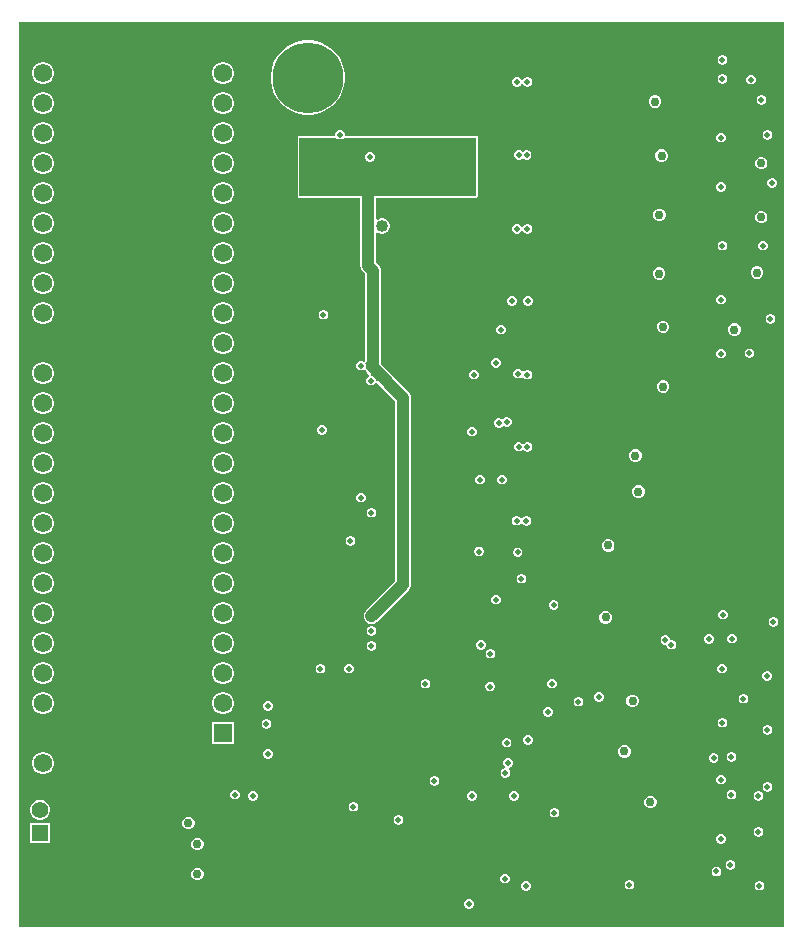
<source format=gbr>
G04*
G04 #@! TF.GenerationSoftware,Altium Limited,Altium Designer,23.5.1 (21)*
G04*
G04 Layer_Physical_Order=2*
G04 Layer_Color=36540*
%FSLAX25Y25*%
%MOIN*%
G70*
G04*
G04 #@! TF.SameCoordinates,62E66B6F-0332-4FDC-AC1A-6E2C05ECB38F*
G04*
G04*
G04 #@! TF.FilePolarity,Positive*
G04*
G01*
G75*
%ADD52C,0.06181*%
%ADD53R,0.06181X0.06181*%
%ADD54C,0.05472*%
%ADD55R,0.05472X0.05472*%
%ADD59C,0.04000*%
%ADD60C,0.23622*%
%ADD62C,0.03000*%
%ADD63C,0.02000*%
%ADD64C,0.04000*%
G36*
X576957Y440750D02*
X322043D01*
Y742457D01*
X576957D01*
Y440750D01*
D02*
G37*
%LPC*%
G36*
X556818Y731450D02*
X556182D01*
X555594Y731206D01*
X555144Y730756D01*
X554900Y730168D01*
Y729532D01*
X555144Y728944D01*
X555594Y728494D01*
X556182Y728250D01*
X556818D01*
X557406Y728494D01*
X557856Y728944D01*
X558100Y729532D01*
Y730168D01*
X557856Y730756D01*
X557406Y731206D01*
X556818Y731450D01*
D02*
G37*
G36*
X491818Y724100D02*
X491182D01*
X490594Y723856D01*
X490144Y723406D01*
X490021Y723109D01*
X489479D01*
X489356Y723406D01*
X488906Y723856D01*
X488318Y724100D01*
X487682D01*
X487094Y723856D01*
X486644Y723406D01*
X486400Y722818D01*
Y722182D01*
X486644Y721594D01*
X487094Y721144D01*
X487682Y720900D01*
X488318D01*
X488906Y721144D01*
X489356Y721594D01*
X489479Y721891D01*
X490021D01*
X490144Y721594D01*
X490594Y721144D01*
X491182Y720900D01*
X491818D01*
X492406Y721144D01*
X492856Y721594D01*
X493100Y722182D01*
Y722818D01*
X492856Y723406D01*
X492406Y723856D01*
X491818Y724100D01*
D02*
G37*
G36*
X556818Y725100D02*
X556182D01*
X555594Y724856D01*
X555144Y724406D01*
X554900Y723818D01*
Y723182D01*
X555144Y722594D01*
X555594Y722144D01*
X556182Y721900D01*
X556818D01*
X557406Y722144D01*
X557856Y722594D01*
X558100Y723182D01*
Y723818D01*
X557856Y724406D01*
X557406Y724856D01*
X556818Y725100D01*
D02*
G37*
G36*
X390486Y729190D02*
X389514D01*
X388576Y728939D01*
X387734Y728453D01*
X387047Y727766D01*
X386561Y726925D01*
X386310Y725986D01*
Y725014D01*
X386561Y724076D01*
X387047Y723234D01*
X387734Y722547D01*
X388576Y722061D01*
X389514Y721809D01*
X390486D01*
X391424Y722061D01*
X392266Y722547D01*
X392953Y723234D01*
X393439Y724076D01*
X393690Y725014D01*
Y725986D01*
X393439Y726925D01*
X392953Y727766D01*
X392266Y728453D01*
X391424Y728939D01*
X390486Y729190D01*
D02*
G37*
G36*
X330486D02*
X329514D01*
X328575Y728939D01*
X327734Y728453D01*
X327047Y727766D01*
X326561Y726925D01*
X326309Y725986D01*
Y725014D01*
X326561Y724076D01*
X327047Y723234D01*
X327734Y722547D01*
X328575Y722061D01*
X329514Y721809D01*
X330486D01*
X331424Y722061D01*
X332266Y722547D01*
X332953Y723234D01*
X333439Y724076D01*
X333691Y725014D01*
Y725986D01*
X333439Y726925D01*
X332953Y727766D01*
X332266Y728453D01*
X331424Y728939D01*
X330486Y729190D01*
D02*
G37*
G36*
X566318Y724930D02*
X565682D01*
X565094Y724686D01*
X564644Y724236D01*
X564400Y723648D01*
Y723011D01*
X564644Y722423D01*
X565094Y721973D01*
X565682Y721730D01*
X566318D01*
X566906Y721973D01*
X567356Y722423D01*
X567600Y723011D01*
Y723648D01*
X567356Y724236D01*
X566906Y724686D01*
X566318Y724930D01*
D02*
G37*
G36*
X569818Y718100D02*
X569182D01*
X568594Y717856D01*
X568144Y717406D01*
X567900Y716818D01*
Y716182D01*
X568144Y715594D01*
X568594Y715144D01*
X569182Y714900D01*
X569818D01*
X570406Y715144D01*
X570856Y715594D01*
X571100Y716182D01*
Y716818D01*
X570856Y717406D01*
X570406Y717856D01*
X569818Y718100D01*
D02*
G37*
G36*
X534418D02*
X533582D01*
X532810Y717780D01*
X532220Y717190D01*
X531900Y716418D01*
Y715582D01*
X532220Y714811D01*
X532810Y714220D01*
X533582Y713900D01*
X534418D01*
X535189Y714220D01*
X535780Y714811D01*
X536100Y715582D01*
Y716418D01*
X535780Y717190D01*
X535189Y717780D01*
X534418Y718100D01*
D02*
G37*
G36*
X390486Y719191D02*
X389514D01*
X388576Y718939D01*
X387734Y718453D01*
X387047Y717766D01*
X386561Y716924D01*
X386310Y715986D01*
Y715014D01*
X386561Y714076D01*
X387047Y713234D01*
X387734Y712547D01*
X388576Y712061D01*
X389514Y711809D01*
X390486D01*
X391424Y712061D01*
X392266Y712547D01*
X392953Y713234D01*
X393439Y714076D01*
X393690Y715014D01*
Y715986D01*
X393439Y716924D01*
X392953Y717766D01*
X392266Y718453D01*
X391424Y718939D01*
X390486Y719191D01*
D02*
G37*
G36*
X330486D02*
X329514D01*
X328575Y718939D01*
X327734Y718453D01*
X327047Y717766D01*
X326561Y716924D01*
X326309Y715986D01*
Y715014D01*
X326561Y714076D01*
X327047Y713234D01*
X327734Y712547D01*
X328575Y712061D01*
X329514Y711809D01*
X330486D01*
X331424Y712061D01*
X332266Y712547D01*
X332953Y713234D01*
X333439Y714076D01*
X333691Y715014D01*
Y715986D01*
X333439Y716924D01*
X332953Y717766D01*
X332266Y718453D01*
X331424Y718939D01*
X330486Y719191D01*
D02*
G37*
G36*
X419304Y736411D02*
X417350D01*
X415420Y736105D01*
X413563Y735502D01*
X411822Y734615D01*
X410242Y733467D01*
X408860Y732085D01*
X407712Y730505D01*
X406825Y728764D01*
X406221Y726906D01*
X405916Y724977D01*
Y723023D01*
X406221Y721094D01*
X406825Y719236D01*
X407712Y717495D01*
X408860Y715915D01*
X410242Y714533D01*
X411822Y713385D01*
X413563Y712498D01*
X415420Y711895D01*
X417350Y711589D01*
X419304D01*
X421233Y711895D01*
X423091Y712498D01*
X424832Y713385D01*
X426412Y714533D01*
X427793Y715915D01*
X428942Y717495D01*
X429829Y719236D01*
X430432Y721094D01*
X430738Y723023D01*
Y724977D01*
X430432Y726906D01*
X429829Y728764D01*
X428942Y730505D01*
X427793Y732085D01*
X426412Y733467D01*
X424832Y734615D01*
X423091Y735502D01*
X421233Y736105D01*
X419304Y736411D01*
D02*
G37*
G36*
X571818Y706554D02*
X571182D01*
X570594Y706310D01*
X570144Y705860D01*
X569900Y705272D01*
Y704635D01*
X570144Y704047D01*
X570594Y703597D01*
X571182Y703354D01*
X571818D01*
X572406Y703597D01*
X572856Y704047D01*
X573100Y704635D01*
Y705272D01*
X572856Y705860D01*
X572406Y706310D01*
X571818Y706554D01*
D02*
G37*
G36*
X556318Y705600D02*
X555682D01*
X555094Y705356D01*
X554644Y704906D01*
X554400Y704318D01*
Y703682D01*
X554644Y703094D01*
X555094Y702644D01*
X555682Y702400D01*
X556318D01*
X556906Y702644D01*
X557356Y703094D01*
X557600Y703682D01*
Y704318D01*
X557356Y704906D01*
X556906Y705356D01*
X556318Y705600D01*
D02*
G37*
G36*
X390486Y709191D02*
X389514D01*
X388576Y708939D01*
X387734Y708453D01*
X387047Y707766D01*
X386561Y706924D01*
X386310Y705986D01*
Y705014D01*
X386561Y704075D01*
X387047Y703234D01*
X387734Y702547D01*
X388576Y702061D01*
X389514Y701810D01*
X390486D01*
X391424Y702061D01*
X392266Y702547D01*
X392953Y703234D01*
X393439Y704075D01*
X393690Y705014D01*
Y705986D01*
X393439Y706924D01*
X392953Y707766D01*
X392266Y708453D01*
X391424Y708939D01*
X390486Y709191D01*
D02*
G37*
G36*
X330486D02*
X329514D01*
X328575Y708939D01*
X327734Y708453D01*
X327047Y707766D01*
X326561Y706924D01*
X326309Y705986D01*
Y705014D01*
X326561Y704075D01*
X327047Y703234D01*
X327734Y702547D01*
X328575Y702061D01*
X329514Y701810D01*
X330486D01*
X331424Y702061D01*
X332266Y702547D01*
X332953Y703234D01*
X333439Y704075D01*
X333691Y705014D01*
Y705986D01*
X333439Y706924D01*
X332953Y707766D01*
X332266Y708453D01*
X331424Y708939D01*
X330486Y709191D01*
D02*
G37*
G36*
X491552Y699883D02*
X490915D01*
X490327Y699640D01*
X489917Y699229D01*
X489506Y699640D01*
X488918Y699883D01*
X488282D01*
X487694Y699640D01*
X487244Y699190D01*
X487000Y698602D01*
Y697965D01*
X487244Y697377D01*
X487694Y696927D01*
X488282Y696683D01*
X488918D01*
X489506Y696927D01*
X489917Y697337D01*
X490327Y696927D01*
X490915Y696683D01*
X491552D01*
X492140Y696927D01*
X492590Y697377D01*
X492833Y697965D01*
Y698602D01*
X492590Y699190D01*
X492140Y699640D01*
X491552Y699883D01*
D02*
G37*
G36*
X536606Y700041D02*
X535770D01*
X534999Y699721D01*
X534408Y699130D01*
X534088Y698358D01*
Y697523D01*
X534408Y696751D01*
X534999Y696161D01*
X535770Y695841D01*
X536606D01*
X537378Y696161D01*
X537968Y696751D01*
X538288Y697523D01*
Y698358D01*
X537968Y699130D01*
X537378Y699721D01*
X536606Y700041D01*
D02*
G37*
G36*
X569818Y697600D02*
X568982D01*
X568211Y697280D01*
X567620Y696690D01*
X567300Y695918D01*
Y695082D01*
X567620Y694311D01*
X568211Y693720D01*
X568982Y693400D01*
X569818D01*
X570589Y693720D01*
X571180Y694311D01*
X571500Y695082D01*
Y695918D01*
X571180Y696690D01*
X570589Y697280D01*
X569818Y697600D01*
D02*
G37*
G36*
X390486Y699191D02*
X389514D01*
X388576Y698939D01*
X387734Y698453D01*
X387047Y697766D01*
X386561Y696924D01*
X386310Y695986D01*
Y695014D01*
X386561Y694075D01*
X387047Y693234D01*
X387734Y692547D01*
X388576Y692061D01*
X389514Y691810D01*
X390486D01*
X391424Y692061D01*
X392266Y692547D01*
X392953Y693234D01*
X393439Y694075D01*
X393690Y695014D01*
Y695986D01*
X393439Y696924D01*
X392953Y697766D01*
X392266Y698453D01*
X391424Y698939D01*
X390486Y699191D01*
D02*
G37*
G36*
X330486D02*
X329514D01*
X328575Y698939D01*
X327734Y698453D01*
X327047Y697766D01*
X326561Y696924D01*
X326309Y695986D01*
Y695014D01*
X326561Y694075D01*
X327047Y693234D01*
X327734Y692547D01*
X328575Y692061D01*
X329514Y691810D01*
X330486D01*
X331424Y692061D01*
X332266Y692547D01*
X332953Y693234D01*
X333439Y694075D01*
X333691Y695014D01*
Y695986D01*
X333439Y696924D01*
X332953Y697766D01*
X332266Y698453D01*
X331424Y698939D01*
X330486Y699191D01*
D02*
G37*
G36*
X573418Y690494D02*
X572782D01*
X572194Y690251D01*
X571744Y689801D01*
X571500Y689213D01*
Y688576D01*
X571744Y687988D01*
X572194Y687538D01*
X572782Y687294D01*
X573418D01*
X574006Y687538D01*
X574456Y687988D01*
X574700Y688576D01*
Y689213D01*
X574456Y689801D01*
X574006Y690251D01*
X573418Y690494D01*
D02*
G37*
G36*
X556318Y689100D02*
X555682D01*
X555094Y688856D01*
X554644Y688406D01*
X554400Y687818D01*
Y687182D01*
X554644Y686594D01*
X555094Y686144D01*
X555682Y685900D01*
X556318D01*
X556906Y686144D01*
X557356Y686594D01*
X557600Y687182D01*
Y687818D01*
X557356Y688406D01*
X556906Y688856D01*
X556318Y689100D01*
D02*
G37*
G36*
X390486Y689190D02*
X389514D01*
X388576Y688939D01*
X387734Y688453D01*
X387047Y687766D01*
X386561Y686925D01*
X386310Y685986D01*
Y685014D01*
X386561Y684075D01*
X387047Y683234D01*
X387734Y682547D01*
X388576Y682061D01*
X389514Y681810D01*
X390486D01*
X391424Y682061D01*
X392266Y682547D01*
X392953Y683234D01*
X393439Y684075D01*
X393690Y685014D01*
Y685986D01*
X393439Y686925D01*
X392953Y687766D01*
X392266Y688453D01*
X391424Y688939D01*
X390486Y689190D01*
D02*
G37*
G36*
X330486D02*
X329514D01*
X328575Y688939D01*
X327734Y688453D01*
X327047Y687766D01*
X326561Y686925D01*
X326309Y685986D01*
Y685014D01*
X326561Y684075D01*
X327047Y683234D01*
X327734Y682547D01*
X328575Y682061D01*
X329514Y681810D01*
X330486D01*
X331424Y682061D01*
X332266Y682547D01*
X332953Y683234D01*
X333439Y684075D01*
X333691Y685014D01*
Y685986D01*
X333439Y686925D01*
X332953Y687766D01*
X332266Y688453D01*
X331424Y688939D01*
X330486Y689190D01*
D02*
G37*
G36*
X535918Y680289D02*
X535082D01*
X534310Y679970D01*
X533720Y679379D01*
X533400Y678607D01*
Y677772D01*
X533720Y677000D01*
X534310Y676409D01*
X535082Y676089D01*
X535918D01*
X536690Y676409D01*
X537280Y677000D01*
X537600Y677772D01*
Y678607D01*
X537280Y679379D01*
X536690Y679970D01*
X535918Y680289D01*
D02*
G37*
G36*
X569818Y679600D02*
X568982D01*
X568211Y679280D01*
X567620Y678689D01*
X567300Y677918D01*
Y677082D01*
X567620Y676310D01*
X568211Y675720D01*
X568982Y675400D01*
X569818D01*
X570589Y675720D01*
X571180Y676310D01*
X571500Y677082D01*
Y677918D01*
X571180Y678689D01*
X570589Y679280D01*
X569818Y679600D01*
D02*
G37*
G36*
X491818Y675226D02*
X491182D01*
X490594Y674982D01*
X490144Y674532D01*
X490021Y674235D01*
X489479D01*
X489356Y674532D01*
X488906Y674982D01*
X488318Y675226D01*
X487682D01*
X487094Y674982D01*
X486644Y674532D01*
X486400Y673944D01*
Y673307D01*
X486644Y672719D01*
X487094Y672269D01*
X487682Y672026D01*
X488318D01*
X488906Y672269D01*
X489356Y672719D01*
X489479Y673016D01*
X490021D01*
X490144Y672719D01*
X490594Y672269D01*
X491182Y672026D01*
X491818D01*
X492406Y672269D01*
X492856Y672719D01*
X493100Y673307D01*
Y673944D01*
X492856Y674532D01*
X492406Y674982D01*
X491818Y675226D01*
D02*
G37*
G36*
X429318Y706600D02*
X428682D01*
X428094Y706356D01*
X427644Y705906D01*
X427400Y705318D01*
Y704682D01*
X427378Y704649D01*
X415500D01*
X415041Y704459D01*
X414851Y704000D01*
Y684500D01*
X415041Y684041D01*
X415500Y683851D01*
X435778D01*
Y661250D01*
X435778Y661250D01*
X435867Y660571D01*
X436129Y659939D01*
X436546Y659396D01*
X437378Y658564D01*
Y629592D01*
X436906Y629356D01*
X436318Y629600D01*
X435682D01*
X435094Y629356D01*
X434644Y628906D01*
X434400Y628318D01*
Y627682D01*
X434644Y627094D01*
X435094Y626644D01*
X435682Y626400D01*
X436318D01*
X436906Y626644D01*
X436970Y626707D01*
X437079Y626719D01*
X437545Y626575D01*
X437729Y626130D01*
X438146Y625587D01*
X438720Y625012D01*
X438603Y624422D01*
X438444Y624356D01*
X437994Y623906D01*
X437750Y623318D01*
Y622682D01*
X437994Y622094D01*
X438444Y621644D01*
X439032Y621400D01*
X439668D01*
X440256Y621644D01*
X440706Y622094D01*
X440772Y622253D01*
X441362Y622370D01*
X447478Y616255D01*
Y556186D01*
X437646Y546354D01*
X437229Y545811D01*
X436967Y545179D01*
X436877Y544500D01*
X436967Y543821D01*
X437229Y543189D01*
X437646Y542646D01*
X438189Y542229D01*
X438821Y541967D01*
X439500Y541878D01*
X440179Y541967D01*
X440811Y542229D01*
X441354Y542646D01*
X451954Y553246D01*
X451954Y553246D01*
X452371Y553789D01*
X452633Y554421D01*
X452722Y555100D01*
Y617341D01*
X452723Y617341D01*
X452633Y618020D01*
X452371Y618652D01*
X451954Y619196D01*
X451954Y619196D01*
X442622Y628527D01*
Y659650D01*
X442623Y659650D01*
X442533Y660329D01*
X442271Y660961D01*
X441854Y661504D01*
X441854Y661504D01*
X441022Y662336D01*
Y672157D01*
X441522Y672351D01*
X441996Y672077D01*
X442658Y671900D01*
X443342D01*
X444004Y672077D01*
X444596Y672420D01*
X445081Y672904D01*
X445423Y673496D01*
X445600Y674158D01*
Y674842D01*
X445423Y675504D01*
X445081Y676096D01*
X444596Y676580D01*
X444004Y676923D01*
X443342Y677100D01*
X442658D01*
X441996Y676923D01*
X441522Y676649D01*
X441022Y676843D01*
Y683851D01*
X474500D01*
X474959Y684041D01*
X475149Y684500D01*
Y704000D01*
X474959Y704459D01*
X474500Y704649D01*
X430622D01*
X430600Y704682D01*
Y705318D01*
X430356Y705906D01*
X429906Y706356D01*
X429318Y706600D01*
D02*
G37*
G36*
X390486Y679190D02*
X389514D01*
X388576Y678939D01*
X387734Y678453D01*
X387047Y677766D01*
X386561Y676925D01*
X386310Y675986D01*
Y675014D01*
X386561Y674076D01*
X387047Y673234D01*
X387734Y672547D01*
X388576Y672061D01*
X389514Y671809D01*
X390486D01*
X391424Y672061D01*
X392266Y672547D01*
X392953Y673234D01*
X393439Y674076D01*
X393690Y675014D01*
Y675986D01*
X393439Y676925D01*
X392953Y677766D01*
X392266Y678453D01*
X391424Y678939D01*
X390486Y679190D01*
D02*
G37*
G36*
X330486D02*
X329514D01*
X328575Y678939D01*
X327734Y678453D01*
X327047Y677766D01*
X326561Y676925D01*
X326309Y675986D01*
Y675014D01*
X326561Y674076D01*
X327047Y673234D01*
X327734Y672547D01*
X328575Y672061D01*
X329514Y671809D01*
X330486D01*
X331424Y672061D01*
X332266Y672547D01*
X332953Y673234D01*
X333439Y674076D01*
X333691Y675014D01*
Y675986D01*
X333439Y676925D01*
X332953Y677766D01*
X332266Y678453D01*
X331424Y678939D01*
X330486Y679190D01*
D02*
G37*
G36*
X570318Y669600D02*
X569682D01*
X569094Y669356D01*
X568644Y668906D01*
X568400Y668318D01*
Y667682D01*
X568644Y667094D01*
X569094Y666644D01*
X569682Y666400D01*
X570318D01*
X570906Y666644D01*
X571356Y667094D01*
X571600Y667682D01*
Y668318D01*
X571356Y668906D01*
X570906Y669356D01*
X570318Y669600D01*
D02*
G37*
G36*
X556818D02*
X556182D01*
X555594Y669356D01*
X555144Y668906D01*
X554900Y668318D01*
Y667682D01*
X555144Y667094D01*
X555594Y666644D01*
X556182Y666400D01*
X556818D01*
X557406Y666644D01*
X557856Y667094D01*
X558100Y667682D01*
Y668318D01*
X557856Y668906D01*
X557406Y669356D01*
X556818Y669600D01*
D02*
G37*
G36*
X390486Y669191D02*
X389514D01*
X388576Y668939D01*
X387734Y668453D01*
X387047Y667766D01*
X386561Y666924D01*
X386310Y665986D01*
Y665014D01*
X386561Y664076D01*
X387047Y663234D01*
X387734Y662547D01*
X388576Y662061D01*
X389514Y661809D01*
X390486D01*
X391424Y662061D01*
X392266Y662547D01*
X392953Y663234D01*
X393439Y664076D01*
X393690Y665014D01*
Y665986D01*
X393439Y666924D01*
X392953Y667766D01*
X392266Y668453D01*
X391424Y668939D01*
X390486Y669191D01*
D02*
G37*
G36*
X330486D02*
X329514D01*
X328575Y668939D01*
X327734Y668453D01*
X327047Y667766D01*
X326561Y666924D01*
X326309Y665986D01*
Y665014D01*
X326561Y664076D01*
X327047Y663234D01*
X327734Y662547D01*
X328575Y662061D01*
X329514Y661809D01*
X330486D01*
X331424Y662061D01*
X332266Y662547D01*
X332953Y663234D01*
X333439Y664076D01*
X333691Y665014D01*
Y665986D01*
X333439Y666924D01*
X332953Y667766D01*
X332266Y668453D01*
X331424Y668939D01*
X330486Y669191D01*
D02*
G37*
G36*
X568418Y661100D02*
X567582D01*
X566811Y660780D01*
X566220Y660189D01*
X565900Y659418D01*
Y658582D01*
X566220Y657810D01*
X566811Y657220D01*
X567582Y656900D01*
X568418D01*
X569190Y657220D01*
X569780Y657810D01*
X570100Y658582D01*
Y659418D01*
X569780Y660189D01*
X569190Y660780D01*
X568418Y661100D01*
D02*
G37*
G36*
X535776Y660793D02*
X534940D01*
X534169Y660474D01*
X533578Y659883D01*
X533258Y659111D01*
Y658276D01*
X533578Y657504D01*
X534169Y656913D01*
X534940Y656594D01*
X535776D01*
X536548Y656913D01*
X537138Y657504D01*
X537458Y658276D01*
Y659111D01*
X537138Y659883D01*
X536548Y660474D01*
X535776Y660793D01*
D02*
G37*
G36*
X390486Y659191D02*
X389514D01*
X388576Y658939D01*
X387734Y658453D01*
X387047Y657766D01*
X386561Y656924D01*
X386310Y655986D01*
Y655014D01*
X386561Y654075D01*
X387047Y653234D01*
X387734Y652547D01*
X388576Y652061D01*
X389514Y651810D01*
X390486D01*
X391424Y652061D01*
X392266Y652547D01*
X392953Y653234D01*
X393439Y654075D01*
X393690Y655014D01*
Y655986D01*
X393439Y656924D01*
X392953Y657766D01*
X392266Y658453D01*
X391424Y658939D01*
X390486Y659191D01*
D02*
G37*
G36*
X330486D02*
X329514D01*
X328575Y658939D01*
X327734Y658453D01*
X327047Y657766D01*
X326561Y656924D01*
X326309Y655986D01*
Y655014D01*
X326561Y654075D01*
X327047Y653234D01*
X327734Y652547D01*
X328575Y652061D01*
X329514Y651810D01*
X330486D01*
X331424Y652061D01*
X332266Y652547D01*
X332953Y653234D01*
X333439Y654075D01*
X333691Y655014D01*
Y655986D01*
X333439Y656924D01*
X332953Y657766D01*
X332266Y658453D01*
X331424Y658939D01*
X330486Y659191D01*
D02*
G37*
G36*
X556318Y651600D02*
X555682D01*
X555094Y651356D01*
X554644Y650906D01*
X554400Y650318D01*
Y649682D01*
X554644Y649094D01*
X555094Y648644D01*
X555682Y648400D01*
X556318D01*
X556906Y648644D01*
X557356Y649094D01*
X557600Y649682D01*
Y650318D01*
X557356Y650906D01*
X556906Y651356D01*
X556318Y651600D01*
D02*
G37*
G36*
X491918Y651100D02*
X491282D01*
X490694Y650856D01*
X490244Y650406D01*
X490000Y649818D01*
Y649182D01*
X490244Y648594D01*
X490694Y648144D01*
X491282Y647900D01*
X491918D01*
X492506Y648144D01*
X492956Y648594D01*
X493200Y649182D01*
Y649818D01*
X492956Y650406D01*
X492506Y650856D01*
X491918Y651100D01*
D02*
G37*
G36*
X486718D02*
X486082D01*
X485494Y650856D01*
X485044Y650406D01*
X484800Y649818D01*
Y649182D01*
X485044Y648594D01*
X485494Y648144D01*
X486082Y647900D01*
X486718D01*
X487306Y648144D01*
X487756Y648594D01*
X488000Y649182D01*
Y649818D01*
X487756Y650406D01*
X487306Y650856D01*
X486718Y651100D01*
D02*
G37*
G36*
X423818Y646600D02*
X423182D01*
X422594Y646356D01*
X422144Y645906D01*
X421900Y645318D01*
Y644682D01*
X422144Y644094D01*
X422594Y643644D01*
X423182Y643400D01*
X423818D01*
X424406Y643644D01*
X424856Y644094D01*
X425100Y644682D01*
Y645318D01*
X424856Y645906D01*
X424406Y646356D01*
X423818Y646600D01*
D02*
G37*
G36*
X572818Y645100D02*
X572182D01*
X571594Y644856D01*
X571144Y644406D01*
X570900Y643818D01*
Y643182D01*
X571144Y642594D01*
X571594Y642144D01*
X572182Y641900D01*
X572818D01*
X573406Y642144D01*
X573856Y642594D01*
X574100Y643182D01*
Y643818D01*
X573856Y644406D01*
X573406Y644856D01*
X572818Y645100D01*
D02*
G37*
G36*
X390486Y649191D02*
X389514D01*
X388576Y648939D01*
X387734Y648453D01*
X387047Y647766D01*
X386561Y646924D01*
X386310Y645986D01*
Y645014D01*
X386561Y644075D01*
X387047Y643234D01*
X387734Y642547D01*
X388576Y642061D01*
X389514Y641810D01*
X390486D01*
X391424Y642061D01*
X392266Y642547D01*
X392953Y643234D01*
X393439Y644075D01*
X393690Y645014D01*
Y645986D01*
X393439Y646924D01*
X392953Y647766D01*
X392266Y648453D01*
X391424Y648939D01*
X390486Y649191D01*
D02*
G37*
G36*
X330486D02*
X329514D01*
X328575Y648939D01*
X327734Y648453D01*
X327047Y647766D01*
X326561Y646924D01*
X326309Y645986D01*
Y645014D01*
X326561Y644075D01*
X327047Y643234D01*
X327734Y642547D01*
X328575Y642061D01*
X329514Y641810D01*
X330486D01*
X331424Y642061D01*
X332266Y642547D01*
X332953Y643234D01*
X333439Y644075D01*
X333691Y645014D01*
Y645986D01*
X333439Y646924D01*
X332953Y647766D01*
X332266Y648453D01*
X331424Y648939D01*
X330486Y649191D01*
D02*
G37*
G36*
X537118Y643000D02*
X536282D01*
X535510Y642680D01*
X534920Y642090D01*
X534600Y641318D01*
Y640482D01*
X534920Y639711D01*
X535510Y639120D01*
X536282Y638800D01*
X537118D01*
X537889Y639120D01*
X538480Y639711D01*
X538800Y640482D01*
Y641318D01*
X538480Y642090D01*
X537889Y642680D01*
X537118Y643000D01*
D02*
G37*
G36*
X482918Y641600D02*
X482282D01*
X481694Y641356D01*
X481244Y640906D01*
X481000Y640318D01*
Y639682D01*
X481244Y639094D01*
X481694Y638644D01*
X482282Y638400D01*
X482918D01*
X483506Y638644D01*
X483956Y639094D01*
X484200Y639682D01*
Y640318D01*
X483956Y640906D01*
X483506Y641356D01*
X482918Y641600D01*
D02*
G37*
G36*
X560918Y642100D02*
X560082D01*
X559310Y641780D01*
X558720Y641189D01*
X558400Y640418D01*
Y639582D01*
X558720Y638810D01*
X559310Y638220D01*
X560082Y637900D01*
X560918D01*
X561690Y638220D01*
X562280Y638810D01*
X562600Y639582D01*
Y640418D01*
X562280Y641189D01*
X561690Y641780D01*
X560918Y642100D01*
D02*
G37*
G36*
X390486Y639190D02*
X389514D01*
X388576Y638939D01*
X387734Y638453D01*
X387047Y637766D01*
X386561Y636925D01*
X386310Y635986D01*
Y635014D01*
X386561Y634075D01*
X387047Y633234D01*
X387734Y632547D01*
X388576Y632061D01*
X389514Y631810D01*
X390486D01*
X391424Y632061D01*
X392266Y632547D01*
X392953Y633234D01*
X393439Y634075D01*
X393690Y635014D01*
Y635986D01*
X393439Y636925D01*
X392953Y637766D01*
X392266Y638453D01*
X391424Y638939D01*
X390486Y639190D01*
D02*
G37*
G36*
X565818Y633688D02*
X565182D01*
X564594Y633444D01*
X564144Y632994D01*
X563900Y632406D01*
Y631770D01*
X564144Y631182D01*
X564594Y630732D01*
X565182Y630488D01*
X565818D01*
X566406Y630732D01*
X566856Y631182D01*
X567100Y631770D01*
Y632406D01*
X566856Y632994D01*
X566406Y633444D01*
X565818Y633688D01*
D02*
G37*
G36*
X556318Y633600D02*
X555682D01*
X555094Y633356D01*
X554644Y632906D01*
X554400Y632318D01*
Y631682D01*
X554644Y631094D01*
X555094Y630644D01*
X555682Y630400D01*
X556318D01*
X556906Y630644D01*
X557356Y631094D01*
X557600Y631682D01*
Y632318D01*
X557356Y632906D01*
X556906Y633356D01*
X556318Y633600D01*
D02*
G37*
G36*
X481309Y630567D02*
X480672D01*
X480084Y630323D01*
X479634Y629873D01*
X479390Y629285D01*
Y628649D01*
X479634Y628061D01*
X480084Y627610D01*
X480672Y627367D01*
X481309D01*
X481897Y627610D01*
X482347Y628061D01*
X482590Y628649D01*
Y629285D01*
X482347Y629873D01*
X481897Y630323D01*
X481309Y630567D01*
D02*
G37*
G36*
X488656Y626934D02*
X488019D01*
X487431Y626690D01*
X486981Y626240D01*
X486737Y625652D01*
Y625015D01*
X486981Y624427D01*
X487431Y623977D01*
X488019Y623734D01*
X488656D01*
X489244Y623977D01*
X489532Y624265D01*
X490077Y624202D01*
X490105Y624186D01*
X490144Y624094D01*
X490594Y623644D01*
X491182Y623400D01*
X491818D01*
X492406Y623644D01*
X492856Y624094D01*
X493100Y624682D01*
Y625318D01*
X492856Y625906D01*
X492406Y626356D01*
X491818Y626600D01*
X491182D01*
X490594Y626356D01*
X490306Y626069D01*
X489760Y626131D01*
X489732Y626148D01*
X489694Y626240D01*
X489244Y626690D01*
X488656Y626934D01*
D02*
G37*
G36*
X473918Y626600D02*
X473282D01*
X472694Y626356D01*
X472244Y625906D01*
X472000Y625318D01*
Y624682D01*
X472244Y624094D01*
X472694Y623644D01*
X473282Y623400D01*
X473918D01*
X474506Y623644D01*
X474956Y624094D01*
X475200Y624682D01*
Y625318D01*
X474956Y625906D01*
X474506Y626356D01*
X473918Y626600D01*
D02*
G37*
G36*
X390486Y629190D02*
X389514D01*
X388576Y628939D01*
X387734Y628453D01*
X387047Y627766D01*
X386561Y626925D01*
X386310Y625986D01*
Y625014D01*
X386561Y624076D01*
X387047Y623234D01*
X387734Y622547D01*
X388576Y622061D01*
X389514Y621809D01*
X390486D01*
X391424Y622061D01*
X392266Y622547D01*
X392953Y623234D01*
X393439Y624076D01*
X393690Y625014D01*
Y625986D01*
X393439Y626925D01*
X392953Y627766D01*
X392266Y628453D01*
X391424Y628939D01*
X390486Y629190D01*
D02*
G37*
G36*
X330486D02*
X329514D01*
X328575Y628939D01*
X327734Y628453D01*
X327047Y627766D01*
X326561Y626925D01*
X326309Y625986D01*
Y625014D01*
X326561Y624076D01*
X327047Y623234D01*
X327734Y622547D01*
X328575Y622061D01*
X329514Y621809D01*
X330486D01*
X331424Y622061D01*
X332266Y622547D01*
X332953Y623234D01*
X333439Y624076D01*
X333691Y625014D01*
Y625986D01*
X333439Y626925D01*
X332953Y627766D01*
X332266Y628453D01*
X331424Y628939D01*
X330486Y629190D01*
D02*
G37*
G36*
X537118Y623100D02*
X536282D01*
X535510Y622780D01*
X534920Y622190D01*
X534600Y621418D01*
Y620582D01*
X534920Y619810D01*
X535510Y619220D01*
X536282Y618900D01*
X537118D01*
X537889Y619220D01*
X538480Y619810D01*
X538800Y620582D01*
Y621418D01*
X538480Y622190D01*
X537889Y622780D01*
X537118Y623100D01*
D02*
G37*
G36*
X390486Y619191D02*
X389514D01*
X388576Y618939D01*
X387734Y618453D01*
X387047Y617766D01*
X386561Y616924D01*
X386310Y615986D01*
Y615014D01*
X386561Y614076D01*
X387047Y613234D01*
X387734Y612547D01*
X388576Y612061D01*
X389514Y611809D01*
X390486D01*
X391424Y612061D01*
X392266Y612547D01*
X392953Y613234D01*
X393439Y614076D01*
X393690Y615014D01*
Y615986D01*
X393439Y616924D01*
X392953Y617766D01*
X392266Y618453D01*
X391424Y618939D01*
X390486Y619191D01*
D02*
G37*
G36*
X330486D02*
X329514D01*
X328575Y618939D01*
X327734Y618453D01*
X327047Y617766D01*
X326561Y616924D01*
X326309Y615986D01*
Y615014D01*
X326561Y614076D01*
X327047Y613234D01*
X327734Y612547D01*
X328575Y612061D01*
X329514Y611809D01*
X330486D01*
X331424Y612061D01*
X332266Y612547D01*
X332953Y613234D01*
X333439Y614076D01*
X333691Y615014D01*
Y615986D01*
X333439Y616924D01*
X332953Y617766D01*
X332266Y618453D01*
X331424Y618939D01*
X330486Y619191D01*
D02*
G37*
G36*
X484893Y610819D02*
X484257D01*
X483669Y610576D01*
X483219Y610126D01*
X482743Y610285D01*
X482318Y610461D01*
X481682D01*
X481094Y610217D01*
X480644Y609767D01*
X480400Y609179D01*
Y608542D01*
X480644Y607954D01*
X481094Y607504D01*
X481682Y607261D01*
X482318D01*
X482906Y607504D01*
X483356Y607954D01*
X483832Y607795D01*
X484257Y607619D01*
X484893D01*
X485481Y607863D01*
X485931Y608313D01*
X486175Y608901D01*
Y609538D01*
X485931Y610126D01*
X485481Y610576D01*
X484893Y610819D01*
D02*
G37*
G36*
X423318Y608100D02*
X422682D01*
X422094Y607856D01*
X421644Y607406D01*
X421400Y606818D01*
Y606182D01*
X421644Y605594D01*
X422094Y605144D01*
X422682Y604900D01*
X423318D01*
X423906Y605144D01*
X424356Y605594D01*
X424600Y606182D01*
Y606818D01*
X424356Y607406D01*
X423906Y607856D01*
X423318Y608100D01*
D02*
G37*
G36*
X473338Y607580D02*
X472702D01*
X472114Y607337D01*
X471663Y606886D01*
X471420Y606298D01*
Y605662D01*
X471663Y605074D01*
X472114Y604624D01*
X472702Y604380D01*
X473338D01*
X473926Y604624D01*
X474376Y605074D01*
X474620Y605662D01*
Y606298D01*
X474376Y606886D01*
X473926Y607337D01*
X473338Y607580D01*
D02*
G37*
G36*
X390486Y609191D02*
X389514D01*
X388576Y608939D01*
X387734Y608453D01*
X387047Y607766D01*
X386561Y606924D01*
X386310Y605986D01*
Y605014D01*
X386561Y604075D01*
X387047Y603234D01*
X387734Y602547D01*
X388576Y602061D01*
X389514Y601810D01*
X390486D01*
X391424Y602061D01*
X392266Y602547D01*
X392953Y603234D01*
X393439Y604075D01*
X393690Y605014D01*
Y605986D01*
X393439Y606924D01*
X392953Y607766D01*
X392266Y608453D01*
X391424Y608939D01*
X390486Y609191D01*
D02*
G37*
G36*
X330486D02*
X329514D01*
X328575Y608939D01*
X327734Y608453D01*
X327047Y607766D01*
X326561Y606924D01*
X326309Y605986D01*
Y605014D01*
X326561Y604075D01*
X327047Y603234D01*
X327734Y602547D01*
X328575Y602061D01*
X329514Y601810D01*
X330486D01*
X331424Y602061D01*
X332266Y602547D01*
X332953Y603234D01*
X333439Y604075D01*
X333691Y605014D01*
Y605986D01*
X333439Y606924D01*
X332953Y607766D01*
X332266Y608453D01*
X331424Y608939D01*
X330486Y609191D01*
D02*
G37*
G36*
X488877Y602588D02*
X488241D01*
X487653Y602345D01*
X487203Y601895D01*
X486959Y601307D01*
Y600670D01*
X487203Y600082D01*
X487653Y599632D01*
X488241Y599388D01*
X488877D01*
X489465Y599632D01*
X489647Y599814D01*
X490119Y599917D01*
X490276Y599790D01*
X490594Y599473D01*
X491182Y599229D01*
X491818D01*
X492406Y599473D01*
X492856Y599923D01*
X493100Y600511D01*
Y601147D01*
X492856Y601735D01*
X492406Y602185D01*
X491818Y602429D01*
X491182D01*
X490594Y602185D01*
X490412Y602003D01*
X489940Y601900D01*
X489783Y602028D01*
X489465Y602345D01*
X488877Y602588D01*
D02*
G37*
G36*
X527918Y600100D02*
X527082D01*
X526310Y599780D01*
X525720Y599190D01*
X525400Y598418D01*
Y597582D01*
X525720Y596810D01*
X526310Y596220D01*
X527082Y595900D01*
X527918D01*
X528689Y596220D01*
X529280Y596810D01*
X529600Y597582D01*
Y598418D01*
X529280Y599190D01*
X528689Y599780D01*
X527918Y600100D01*
D02*
G37*
G36*
X390486Y599191D02*
X389514D01*
X388576Y598939D01*
X387734Y598453D01*
X387047Y597766D01*
X386561Y596924D01*
X386310Y595986D01*
Y595014D01*
X386561Y594075D01*
X387047Y593234D01*
X387734Y592547D01*
X388576Y592061D01*
X389514Y591810D01*
X390486D01*
X391424Y592061D01*
X392266Y592547D01*
X392953Y593234D01*
X393439Y594075D01*
X393690Y595014D01*
Y595986D01*
X393439Y596924D01*
X392953Y597766D01*
X392266Y598453D01*
X391424Y598939D01*
X390486Y599191D01*
D02*
G37*
G36*
X330486D02*
X329514D01*
X328575Y598939D01*
X327734Y598453D01*
X327047Y597766D01*
X326561Y596924D01*
X326309Y595986D01*
Y595014D01*
X326561Y594075D01*
X327047Y593234D01*
X327734Y592547D01*
X328575Y592061D01*
X329514Y591810D01*
X330486D01*
X331424Y592061D01*
X332266Y592547D01*
X332953Y593234D01*
X333439Y594075D01*
X333691Y595014D01*
Y595986D01*
X333439Y596924D01*
X332953Y597766D01*
X332266Y598453D01*
X331424Y598939D01*
X330486Y599191D01*
D02*
G37*
G36*
X483318Y591600D02*
X482682D01*
X482094Y591356D01*
X481644Y590906D01*
X481400Y590318D01*
Y589682D01*
X481644Y589094D01*
X482094Y588644D01*
X482682Y588400D01*
X483318D01*
X483906Y588644D01*
X484356Y589094D01*
X484600Y589682D01*
Y590318D01*
X484356Y590906D01*
X483906Y591356D01*
X483318Y591600D01*
D02*
G37*
G36*
X475918D02*
X475282D01*
X474694Y591356D01*
X474244Y590906D01*
X474000Y590318D01*
Y589682D01*
X474244Y589094D01*
X474694Y588644D01*
X475282Y588400D01*
X475918D01*
X476506Y588644D01*
X476956Y589094D01*
X477200Y589682D01*
Y590318D01*
X476956Y590906D01*
X476506Y591356D01*
X475918Y591600D01*
D02*
G37*
G36*
X528918Y588100D02*
X528082D01*
X527311Y587780D01*
X526720Y587189D01*
X526400Y586418D01*
Y585582D01*
X526720Y584810D01*
X527311Y584220D01*
X528082Y583900D01*
X528918D01*
X529690Y584220D01*
X530280Y584810D01*
X530600Y585582D01*
Y586418D01*
X530280Y587189D01*
X529690Y587780D01*
X528918Y588100D01*
D02*
G37*
G36*
X436318Y585600D02*
X435682D01*
X435094Y585356D01*
X434644Y584906D01*
X434400Y584318D01*
Y583682D01*
X434644Y583094D01*
X435094Y582644D01*
X435682Y582400D01*
X436318D01*
X436906Y582644D01*
X437356Y583094D01*
X437600Y583682D01*
Y584318D01*
X437356Y584906D01*
X436906Y585356D01*
X436318Y585600D01*
D02*
G37*
G36*
X390486Y589190D02*
X389514D01*
X388576Y588939D01*
X387734Y588453D01*
X387047Y587766D01*
X386561Y586925D01*
X386310Y585986D01*
Y585014D01*
X386561Y584075D01*
X387047Y583234D01*
X387734Y582547D01*
X388576Y582061D01*
X389514Y581810D01*
X390486D01*
X391424Y582061D01*
X392266Y582547D01*
X392953Y583234D01*
X393439Y584075D01*
X393690Y585014D01*
Y585986D01*
X393439Y586925D01*
X392953Y587766D01*
X392266Y588453D01*
X391424Y588939D01*
X390486Y589190D01*
D02*
G37*
G36*
X330486D02*
X329514D01*
X328575Y588939D01*
X327734Y588453D01*
X327047Y587766D01*
X326561Y586925D01*
X326309Y585986D01*
Y585014D01*
X326561Y584075D01*
X327047Y583234D01*
X327734Y582547D01*
X328575Y582061D01*
X329514Y581810D01*
X330486D01*
X331424Y582061D01*
X332266Y582547D01*
X332953Y583234D01*
X333439Y584075D01*
X333691Y585014D01*
Y585986D01*
X333439Y586925D01*
X332953Y587766D01*
X332266Y588453D01*
X331424Y588939D01*
X330486Y589190D01*
D02*
G37*
G36*
X439818Y580600D02*
X439182D01*
X438594Y580356D01*
X438144Y579906D01*
X437900Y579318D01*
Y578682D01*
X438144Y578094D01*
X438594Y577644D01*
X439182Y577400D01*
X439818D01*
X440406Y577644D01*
X440856Y578094D01*
X441100Y578682D01*
Y579318D01*
X440856Y579906D01*
X440406Y580356D01*
X439818Y580600D01*
D02*
G37*
G36*
X488156Y577934D02*
X487519D01*
X486931Y577690D01*
X486481Y577240D01*
X486237Y576652D01*
Y576016D01*
X486481Y575427D01*
X486931Y574977D01*
X487519Y574734D01*
X488156D01*
X488744Y574977D01*
X489194Y575427D01*
X489734Y575424D01*
X489799Y575265D01*
X490249Y574815D01*
X490838Y574571D01*
X491474D01*
X492062Y574815D01*
X492512Y575265D01*
X492756Y575853D01*
Y576489D01*
X492512Y577077D01*
X492062Y577528D01*
X491474Y577771D01*
X490838D01*
X490249Y577528D01*
X489799Y577077D01*
X489260Y577081D01*
X489194Y577240D01*
X488744Y577690D01*
X488156Y577934D01*
D02*
G37*
G36*
X390486Y579190D02*
X389514D01*
X388576Y578939D01*
X387734Y578453D01*
X387047Y577766D01*
X386561Y576925D01*
X386310Y575986D01*
Y575014D01*
X386561Y574076D01*
X387047Y573234D01*
X387734Y572547D01*
X388576Y572061D01*
X389514Y571809D01*
X390486D01*
X391424Y572061D01*
X392266Y572547D01*
X392953Y573234D01*
X393439Y574076D01*
X393690Y575014D01*
Y575986D01*
X393439Y576925D01*
X392953Y577766D01*
X392266Y578453D01*
X391424Y578939D01*
X390486Y579190D01*
D02*
G37*
G36*
X330486D02*
X329514D01*
X328575Y578939D01*
X327734Y578453D01*
X327047Y577766D01*
X326561Y576925D01*
X326309Y575986D01*
Y575014D01*
X326561Y574076D01*
X327047Y573234D01*
X327734Y572547D01*
X328575Y572061D01*
X329514Y571809D01*
X330486D01*
X331424Y572061D01*
X332266Y572547D01*
X332953Y573234D01*
X333439Y574076D01*
X333691Y575014D01*
Y575986D01*
X333439Y576925D01*
X332953Y577766D01*
X332266Y578453D01*
X331424Y578939D01*
X330486Y579190D01*
D02*
G37*
G36*
X432818Y571100D02*
X432182D01*
X431594Y570856D01*
X431144Y570406D01*
X430900Y569818D01*
Y569182D01*
X431144Y568594D01*
X431594Y568144D01*
X432182Y567900D01*
X432818D01*
X433406Y568144D01*
X433856Y568594D01*
X434100Y569182D01*
Y569818D01*
X433856Y570406D01*
X433406Y570856D01*
X432818Y571100D01*
D02*
G37*
G36*
X518818Y570200D02*
X517982D01*
X517210Y569880D01*
X516620Y569289D01*
X516300Y568517D01*
Y567682D01*
X516620Y566910D01*
X517210Y566319D01*
X517982Y566000D01*
X518818D01*
X519590Y566319D01*
X520180Y566910D01*
X520500Y567682D01*
Y568517D01*
X520180Y569289D01*
X519590Y569880D01*
X518818Y570200D01*
D02*
G37*
G36*
X475711Y567630D02*
X475074D01*
X474486Y567387D01*
X474036Y566936D01*
X473793Y566348D01*
Y565712D01*
X474036Y565124D01*
X474486Y564674D01*
X475074Y564430D01*
X475711D01*
X476299Y564674D01*
X476749Y565124D01*
X476993Y565712D01*
Y566348D01*
X476749Y566936D01*
X476299Y567387D01*
X475711Y567630D01*
D02*
G37*
G36*
X488551Y567333D02*
X487914D01*
X487326Y567089D01*
X486876Y566639D01*
X486633Y566051D01*
Y565414D01*
X486876Y564826D01*
X487326Y564376D01*
X487914Y564133D01*
X488551D01*
X489139Y564376D01*
X489589Y564826D01*
X489833Y565414D01*
Y566051D01*
X489589Y566639D01*
X489139Y567089D01*
X488551Y567333D01*
D02*
G37*
G36*
X390486Y569191D02*
X389514D01*
X388576Y568939D01*
X387734Y568453D01*
X387047Y567766D01*
X386561Y566924D01*
X386310Y565986D01*
Y565014D01*
X386561Y564076D01*
X387047Y563234D01*
X387734Y562547D01*
X388576Y562061D01*
X389514Y561809D01*
X390486D01*
X391424Y562061D01*
X392266Y562547D01*
X392953Y563234D01*
X393439Y564076D01*
X393690Y565014D01*
Y565986D01*
X393439Y566924D01*
X392953Y567766D01*
X392266Y568453D01*
X391424Y568939D01*
X390486Y569191D01*
D02*
G37*
G36*
X330486D02*
X329514D01*
X328575Y568939D01*
X327734Y568453D01*
X327047Y567766D01*
X326561Y566924D01*
X326309Y565986D01*
Y565014D01*
X326561Y564076D01*
X327047Y563234D01*
X327734Y562547D01*
X328575Y562061D01*
X329514Y561809D01*
X330486D01*
X331424Y562061D01*
X332266Y562547D01*
X332953Y563234D01*
X333439Y564076D01*
X333691Y565014D01*
Y565986D01*
X333439Y566924D01*
X332953Y567766D01*
X332266Y568453D01*
X331424Y568939D01*
X330486Y569191D01*
D02*
G37*
G36*
X489818Y558600D02*
X489182D01*
X488594Y558356D01*
X488144Y557906D01*
X487900Y557318D01*
Y556682D01*
X488144Y556094D01*
X488594Y555644D01*
X489182Y555400D01*
X489818D01*
X490406Y555644D01*
X490856Y556094D01*
X491100Y556682D01*
Y557318D01*
X490856Y557906D01*
X490406Y558356D01*
X489818Y558600D01*
D02*
G37*
G36*
X390486Y559191D02*
X389514D01*
X388576Y558939D01*
X387734Y558453D01*
X387047Y557766D01*
X386561Y556924D01*
X386310Y555986D01*
Y555014D01*
X386561Y554075D01*
X387047Y553234D01*
X387734Y552547D01*
X388576Y552061D01*
X389514Y551810D01*
X390486D01*
X391424Y552061D01*
X392266Y552547D01*
X392953Y553234D01*
X393439Y554075D01*
X393690Y555014D01*
Y555986D01*
X393439Y556924D01*
X392953Y557766D01*
X392266Y558453D01*
X391424Y558939D01*
X390486Y559191D01*
D02*
G37*
G36*
X330486D02*
X329514D01*
X328575Y558939D01*
X327734Y558453D01*
X327047Y557766D01*
X326561Y556924D01*
X326309Y555986D01*
Y555014D01*
X326561Y554075D01*
X327047Y553234D01*
X327734Y552547D01*
X328575Y552061D01*
X329514Y551810D01*
X330486D01*
X331424Y552061D01*
X332266Y552547D01*
X332953Y553234D01*
X333439Y554075D01*
X333691Y555014D01*
Y555986D01*
X333439Y556924D01*
X332953Y557766D01*
X332266Y558453D01*
X331424Y558939D01*
X330486Y559191D01*
D02*
G37*
G36*
X481318Y551600D02*
X480682D01*
X480094Y551356D01*
X479644Y550906D01*
X479400Y550318D01*
Y549682D01*
X479644Y549094D01*
X480094Y548644D01*
X480682Y548400D01*
X481318D01*
X481906Y548644D01*
X482356Y549094D01*
X482600Y549682D01*
Y550318D01*
X482356Y550906D01*
X481906Y551356D01*
X481318Y551600D01*
D02*
G37*
G36*
X500529Y549861D02*
X499892D01*
X499304Y549617D01*
X498854Y549167D01*
X498610Y548579D01*
Y547942D01*
X498854Y547354D01*
X499304Y546904D01*
X499892Y546661D01*
X500529D01*
X501117Y546904D01*
X501567Y547354D01*
X501811Y547942D01*
Y548579D01*
X501567Y549167D01*
X501117Y549617D01*
X500529Y549861D01*
D02*
G37*
G36*
X556918Y546600D02*
X556282D01*
X555694Y546356D01*
X555244Y545906D01*
X555000Y545318D01*
Y544682D01*
X555244Y544094D01*
X555694Y543644D01*
X556282Y543400D01*
X556918D01*
X557506Y543644D01*
X557956Y544094D01*
X558200Y544682D01*
Y545318D01*
X557956Y545906D01*
X557506Y546356D01*
X556918Y546600D01*
D02*
G37*
G36*
X518003Y546154D02*
X517167D01*
X516396Y545835D01*
X515805Y545244D01*
X515485Y544472D01*
Y543637D01*
X515805Y542865D01*
X516396Y542274D01*
X517167Y541955D01*
X518003D01*
X518775Y542274D01*
X519365Y542865D01*
X519685Y543637D01*
Y544472D01*
X519365Y545244D01*
X518775Y545835D01*
X518003Y546154D01*
D02*
G37*
G36*
X390486Y549191D02*
X389514D01*
X388576Y548939D01*
X387734Y548453D01*
X387047Y547766D01*
X386561Y546924D01*
X386310Y545986D01*
Y545014D01*
X386561Y544075D01*
X387047Y543234D01*
X387734Y542547D01*
X388576Y542061D01*
X389514Y541810D01*
X390486D01*
X391424Y542061D01*
X392266Y542547D01*
X392953Y543234D01*
X393439Y544075D01*
X393690Y545014D01*
Y545986D01*
X393439Y546924D01*
X392953Y547766D01*
X392266Y548453D01*
X391424Y548939D01*
X390486Y549191D01*
D02*
G37*
G36*
X330486D02*
X329514D01*
X328575Y548939D01*
X327734Y548453D01*
X327047Y547766D01*
X326561Y546924D01*
X326309Y545986D01*
Y545014D01*
X326561Y544075D01*
X327047Y543234D01*
X327734Y542547D01*
X328575Y542061D01*
X329514Y541810D01*
X330486D01*
X331424Y542061D01*
X332266Y542547D01*
X332953Y543234D01*
X333439Y544075D01*
X333691Y545014D01*
Y545986D01*
X333439Y546924D01*
X332953Y547766D01*
X332266Y548453D01*
X331424Y548939D01*
X330486Y549191D01*
D02*
G37*
G36*
X573818Y544100D02*
X573182D01*
X572594Y543856D01*
X572144Y543406D01*
X571900Y542818D01*
Y542182D01*
X572144Y541594D01*
X572594Y541144D01*
X573182Y540900D01*
X573818D01*
X574406Y541144D01*
X574856Y541594D01*
X575100Y542182D01*
Y542818D01*
X574856Y543406D01*
X574406Y543856D01*
X573818Y544100D01*
D02*
G37*
G36*
X439818Y541100D02*
X439182D01*
X438594Y540856D01*
X438144Y540406D01*
X437900Y539818D01*
Y539182D01*
X438144Y538594D01*
X438594Y538144D01*
X439182Y537900D01*
X439818D01*
X440406Y538144D01*
X440856Y538594D01*
X441100Y539182D01*
Y539818D01*
X440856Y540406D01*
X440406Y540856D01*
X439818Y541100D01*
D02*
G37*
G36*
X559918Y538600D02*
X559282D01*
X558694Y538356D01*
X558244Y537906D01*
X558000Y537318D01*
Y536682D01*
X558244Y536094D01*
X558694Y535644D01*
X559282Y535400D01*
X559918D01*
X560506Y535644D01*
X560956Y536094D01*
X561200Y536682D01*
Y537318D01*
X560956Y537906D01*
X560506Y538356D01*
X559918Y538600D01*
D02*
G37*
G36*
X552285Y538469D02*
X551648D01*
X551060Y538225D01*
X550610Y537775D01*
X550366Y537187D01*
Y536550D01*
X550610Y535962D01*
X551060Y535512D01*
X551648Y535268D01*
X552285D01*
X552873Y535512D01*
X553323Y535962D01*
X553566Y536550D01*
Y537187D01*
X553323Y537775D01*
X552873Y538225D01*
X552285Y538469D01*
D02*
G37*
G36*
X537778Y538211D02*
X537141D01*
X536553Y537967D01*
X536103Y537517D01*
X535859Y536929D01*
Y536293D01*
X536103Y535705D01*
X536553Y535255D01*
X537141Y535011D01*
X537778D01*
X537900Y534692D01*
Y534682D01*
X538144Y534094D01*
X538594Y533644D01*
X539182Y533400D01*
X539818D01*
X540406Y533644D01*
X540856Y534094D01*
X541100Y534682D01*
Y535318D01*
X540856Y535906D01*
X540406Y536356D01*
X539818Y536600D01*
X539182D01*
X539059Y536919D01*
Y536929D01*
X538816Y537517D01*
X538366Y537967D01*
X537778Y538211D01*
D02*
G37*
G36*
X476373Y536445D02*
X475737D01*
X475149Y536201D01*
X474699Y535751D01*
X474455Y535163D01*
Y534527D01*
X474699Y533939D01*
X475149Y533488D01*
X475737Y533245D01*
X476373D01*
X476962Y533488D01*
X477412Y533939D01*
X477655Y534527D01*
Y535163D01*
X477412Y535751D01*
X476962Y536201D01*
X476373Y536445D01*
D02*
G37*
G36*
X439818Y536100D02*
X439182D01*
X438594Y535856D01*
X438144Y535406D01*
X437900Y534818D01*
Y534182D01*
X438144Y533594D01*
X438594Y533144D01*
X439182Y532900D01*
X439818D01*
X440406Y533144D01*
X440856Y533594D01*
X441100Y534182D01*
Y534818D01*
X440856Y535406D01*
X440406Y535856D01*
X439818Y536100D01*
D02*
G37*
G36*
X390486Y539190D02*
X389514D01*
X388576Y538939D01*
X387734Y538453D01*
X387047Y537766D01*
X386561Y536925D01*
X386310Y535986D01*
Y535014D01*
X386561Y534075D01*
X387047Y533234D01*
X387734Y532547D01*
X388576Y532061D01*
X389514Y531810D01*
X390486D01*
X391424Y532061D01*
X392266Y532547D01*
X392953Y533234D01*
X393439Y534075D01*
X393690Y535014D01*
Y535986D01*
X393439Y536925D01*
X392953Y537766D01*
X392266Y538453D01*
X391424Y538939D01*
X390486Y539190D01*
D02*
G37*
G36*
X330486D02*
X329514D01*
X328575Y538939D01*
X327734Y538453D01*
X327047Y537766D01*
X326561Y536925D01*
X326309Y535986D01*
Y535014D01*
X326561Y534075D01*
X327047Y533234D01*
X327734Y532547D01*
X328575Y532061D01*
X329514Y531810D01*
X330486D01*
X331424Y532061D01*
X332266Y532547D01*
X332953Y533234D01*
X333439Y534075D01*
X333691Y535014D01*
Y535986D01*
X333439Y536925D01*
X332953Y537766D01*
X332266Y538453D01*
X331424Y538939D01*
X330486Y539190D01*
D02*
G37*
G36*
X479468Y533600D02*
X478832D01*
X478244Y533356D01*
X477794Y532906D01*
X477550Y532318D01*
Y531682D01*
X477794Y531094D01*
X478244Y530644D01*
X478832Y530400D01*
X479468D01*
X480056Y530644D01*
X480506Y531094D01*
X480750Y531682D01*
Y532318D01*
X480506Y532906D01*
X480056Y533356D01*
X479468Y533600D01*
D02*
G37*
G36*
X556718Y528600D02*
X556082D01*
X555494Y528356D01*
X555044Y527906D01*
X554800Y527318D01*
Y526682D01*
X555044Y526094D01*
X555494Y525644D01*
X556082Y525400D01*
X556718D01*
X557306Y525644D01*
X557756Y526094D01*
X558000Y526682D01*
Y527318D01*
X557756Y527906D01*
X557306Y528356D01*
X556718Y528600D01*
D02*
G37*
G36*
X432318D02*
X431682D01*
X431094Y528356D01*
X430644Y527906D01*
X430400Y527318D01*
Y526682D01*
X430644Y526094D01*
X431094Y525644D01*
X431682Y525400D01*
X432318D01*
X432906Y525644D01*
X433356Y526094D01*
X433600Y526682D01*
Y527318D01*
X433356Y527906D01*
X432906Y528356D01*
X432318Y528600D01*
D02*
G37*
G36*
X422818D02*
X422182D01*
X421594Y528356D01*
X421144Y527906D01*
X420900Y527318D01*
Y526682D01*
X421144Y526094D01*
X421594Y525644D01*
X422182Y525400D01*
X422818D01*
X423406Y525644D01*
X423856Y526094D01*
X424100Y526682D01*
Y527318D01*
X423856Y527906D01*
X423406Y528356D01*
X422818Y528600D01*
D02*
G37*
G36*
X571733Y526100D02*
X571097D01*
X570509Y525856D01*
X570059Y525406D01*
X569815Y524818D01*
Y524182D01*
X570059Y523594D01*
X570509Y523144D01*
X571097Y522900D01*
X571733D01*
X572321Y523144D01*
X572771Y523594D01*
X573015Y524182D01*
Y524818D01*
X572771Y525406D01*
X572321Y525856D01*
X571733Y526100D01*
D02*
G37*
G36*
X390486Y529190D02*
X389514D01*
X388576Y528939D01*
X387734Y528453D01*
X387047Y527766D01*
X386561Y526925D01*
X386310Y525986D01*
Y525014D01*
X386561Y524076D01*
X387047Y523234D01*
X387734Y522547D01*
X388576Y522061D01*
X389514Y521809D01*
X390486D01*
X391424Y522061D01*
X392266Y522547D01*
X392953Y523234D01*
X393439Y524076D01*
X393690Y525014D01*
Y525986D01*
X393439Y526925D01*
X392953Y527766D01*
X392266Y528453D01*
X391424Y528939D01*
X390486Y529190D01*
D02*
G37*
G36*
X330486D02*
X329514D01*
X328575Y528939D01*
X327734Y528453D01*
X327047Y527766D01*
X326561Y526925D01*
X326309Y525986D01*
Y525014D01*
X326561Y524076D01*
X327047Y523234D01*
X327734Y522547D01*
X328575Y522061D01*
X329514Y521809D01*
X330486D01*
X331424Y522061D01*
X332266Y522547D01*
X332953Y523234D01*
X333439Y524076D01*
X333691Y525014D01*
Y525986D01*
X333439Y526925D01*
X332953Y527766D01*
X332266Y528453D01*
X331424Y528939D01*
X330486Y529190D01*
D02*
G37*
G36*
X500002Y523600D02*
X499366D01*
X498778Y523356D01*
X498327Y522906D01*
X498084Y522318D01*
Y521682D01*
X498327Y521094D01*
X498778Y520644D01*
X499366Y520400D01*
X500002D01*
X500590Y520644D01*
X501040Y521094D01*
X501284Y521682D01*
Y522318D01*
X501040Y522906D01*
X500590Y523356D01*
X500002Y523600D01*
D02*
G37*
G36*
X457818D02*
X457182D01*
X456594Y523356D01*
X456144Y522906D01*
X455900Y522318D01*
Y521682D01*
X456144Y521094D01*
X456594Y520644D01*
X457182Y520400D01*
X457818D01*
X458406Y520644D01*
X458856Y521094D01*
X459100Y521682D01*
Y522318D01*
X458856Y522906D01*
X458406Y523356D01*
X457818Y523600D01*
D02*
G37*
G36*
X479404Y522637D02*
X478768D01*
X478180Y522393D01*
X477730Y521943D01*
X477486Y521355D01*
Y520718D01*
X477730Y520130D01*
X478180Y519680D01*
X478768Y519437D01*
X479404D01*
X479992Y519680D01*
X480442Y520130D01*
X480686Y520718D01*
Y521355D01*
X480442Y521943D01*
X479992Y522393D01*
X479404Y522637D01*
D02*
G37*
G36*
X515618Y519165D02*
X514982D01*
X514394Y518922D01*
X513944Y518472D01*
X513700Y517884D01*
Y517247D01*
X513944Y516659D01*
X514394Y516209D01*
X514982Y515965D01*
X515618D01*
X516206Y516209D01*
X516656Y516659D01*
X516900Y517247D01*
Y517884D01*
X516656Y518472D01*
X516206Y518922D01*
X515618Y519165D01*
D02*
G37*
G36*
X563818Y518600D02*
X563182D01*
X562594Y518356D01*
X562144Y517906D01*
X561900Y517318D01*
Y516682D01*
X562144Y516094D01*
X562594Y515644D01*
X563182Y515400D01*
X563818D01*
X564406Y515644D01*
X564856Y516094D01*
X565100Y516682D01*
Y517318D01*
X564856Y517906D01*
X564406Y518356D01*
X563818Y518600D01*
D02*
G37*
G36*
X508818Y517600D02*
X508182D01*
X507594Y517356D01*
X507144Y516906D01*
X506900Y516318D01*
Y515682D01*
X507144Y515094D01*
X507594Y514644D01*
X508182Y514400D01*
X508818D01*
X509406Y514644D01*
X509856Y515094D01*
X510100Y515682D01*
Y516318D01*
X509856Y516906D01*
X509406Y517356D01*
X508818Y517600D01*
D02*
G37*
G36*
X526946Y518306D02*
X526111D01*
X525339Y517986D01*
X524748Y517395D01*
X524429Y516623D01*
Y515788D01*
X524748Y515016D01*
X525339Y514425D01*
X526111Y514106D01*
X526946D01*
X527718Y514425D01*
X528309Y515016D01*
X528629Y515788D01*
Y516623D01*
X528309Y517395D01*
X527718Y517986D01*
X526946Y518306D01*
D02*
G37*
G36*
X405318Y516100D02*
X404682D01*
X404094Y515856D01*
X403644Y515406D01*
X403400Y514818D01*
Y514182D01*
X403644Y513594D01*
X404094Y513144D01*
X404682Y512900D01*
X405318D01*
X405906Y513144D01*
X406356Y513594D01*
X406600Y514182D01*
Y514818D01*
X406356Y515406D01*
X405906Y515856D01*
X405318Y516100D01*
D02*
G37*
G36*
X390486Y519191D02*
X389514D01*
X388576Y518939D01*
X387734Y518453D01*
X387047Y517766D01*
X386561Y516924D01*
X386310Y515986D01*
Y515014D01*
X386561Y514076D01*
X387047Y513234D01*
X387734Y512547D01*
X388576Y512061D01*
X389514Y511809D01*
X390486D01*
X391424Y512061D01*
X392266Y512547D01*
X392953Y513234D01*
X393439Y514076D01*
X393690Y515014D01*
Y515986D01*
X393439Y516924D01*
X392953Y517766D01*
X392266Y518453D01*
X391424Y518939D01*
X390486Y519191D01*
D02*
G37*
G36*
X330486D02*
X329514D01*
X328575Y518939D01*
X327734Y518453D01*
X327047Y517766D01*
X326561Y516924D01*
X326309Y515986D01*
Y515014D01*
X326561Y514076D01*
X327047Y513234D01*
X327734Y512547D01*
X328575Y512061D01*
X329514Y511809D01*
X330486D01*
X331424Y512061D01*
X332266Y512547D01*
X332953Y513234D01*
X333439Y514076D01*
X333691Y515014D01*
Y515986D01*
X333439Y516924D01*
X332953Y517766D01*
X332266Y518453D01*
X331424Y518939D01*
X330486Y519191D01*
D02*
G37*
G36*
X498718Y514200D02*
X498082D01*
X497494Y513956D01*
X497044Y513506D01*
X496800Y512918D01*
Y512282D01*
X497044Y511694D01*
X497494Y511244D01*
X498082Y511000D01*
X498718D01*
X499306Y511244D01*
X499756Y511694D01*
X500000Y512282D01*
Y512918D01*
X499756Y513506D01*
X499306Y513956D01*
X498718Y514200D01*
D02*
G37*
G36*
X556818Y510600D02*
X556182D01*
X555594Y510356D01*
X555144Y509906D01*
X554900Y509318D01*
Y508682D01*
X555144Y508094D01*
X555594Y507644D01*
X556182Y507400D01*
X556818D01*
X557406Y507644D01*
X557856Y508094D01*
X558100Y508682D01*
Y509318D01*
X557856Y509906D01*
X557406Y510356D01*
X556818Y510600D01*
D02*
G37*
G36*
X404818Y510100D02*
X404182D01*
X403594Y509856D01*
X403144Y509406D01*
X402900Y508818D01*
Y508182D01*
X403144Y507594D01*
X403594Y507144D01*
X404182Y506900D01*
X404818D01*
X405406Y507144D01*
X405856Y507594D01*
X406100Y508182D01*
Y508818D01*
X405856Y509406D01*
X405406Y509856D01*
X404818Y510100D01*
D02*
G37*
G36*
X571818Y508100D02*
X571182D01*
X570594Y507856D01*
X570144Y507406D01*
X569900Y506818D01*
Y506182D01*
X570144Y505594D01*
X570594Y505144D01*
X571182Y504900D01*
X571818D01*
X572406Y505144D01*
X572856Y505594D01*
X573100Y506182D01*
Y506818D01*
X572856Y507406D01*
X572406Y507856D01*
X571818Y508100D01*
D02*
G37*
G36*
X393690Y509191D02*
X386310D01*
Y501810D01*
X393690D01*
Y509191D01*
D02*
G37*
G36*
X491925Y504735D02*
X491288D01*
X490700Y504492D01*
X490250Y504042D01*
X490007Y503453D01*
Y502817D01*
X490250Y502229D01*
X490700Y501779D01*
X491288Y501535D01*
X491925D01*
X492513Y501779D01*
X492963Y502229D01*
X493207Y502817D01*
Y503453D01*
X492963Y504042D01*
X492513Y504492D01*
X491925Y504735D01*
D02*
G37*
G36*
X484855Y503908D02*
X484219D01*
X483631Y503665D01*
X483181Y503215D01*
X482937Y502627D01*
Y501990D01*
X483181Y501402D01*
X483631Y500952D01*
X484219Y500708D01*
X484855D01*
X485443Y500952D01*
X485893Y501402D01*
X486137Y501990D01*
Y502627D01*
X485893Y503215D01*
X485443Y503665D01*
X484855Y503908D01*
D02*
G37*
G36*
X524202Y501486D02*
X523367D01*
X522595Y501166D01*
X522005Y500576D01*
X521685Y499804D01*
Y498969D01*
X522005Y498197D01*
X522595Y497606D01*
X523367Y497286D01*
X524202D01*
X524974Y497606D01*
X525565Y498197D01*
X525885Y498969D01*
Y499804D01*
X525565Y500576D01*
X524974Y501166D01*
X524202Y501486D01*
D02*
G37*
G36*
X405318Y500100D02*
X404682D01*
X404094Y499856D01*
X403644Y499406D01*
X403400Y498818D01*
Y498182D01*
X403644Y497594D01*
X404094Y497144D01*
X404682Y496900D01*
X405318D01*
X405906Y497144D01*
X406356Y497594D01*
X406600Y498182D01*
Y498818D01*
X406356Y499406D01*
X405906Y499856D01*
X405318Y500100D01*
D02*
G37*
G36*
X559818Y499100D02*
X559182D01*
X558594Y498856D01*
X558144Y498406D01*
X557900Y497818D01*
Y497182D01*
X558144Y496594D01*
X558594Y496144D01*
X559182Y495900D01*
X559818D01*
X560406Y496144D01*
X560856Y496594D01*
X561100Y497182D01*
Y497818D01*
X560856Y498406D01*
X560406Y498856D01*
X559818Y499100D01*
D02*
G37*
G36*
X553868Y498862D02*
X553232D01*
X552644Y498618D01*
X552194Y498168D01*
X551950Y497580D01*
Y496944D01*
X552194Y496356D01*
X552644Y495906D01*
X553232Y495662D01*
X553868D01*
X554456Y495906D01*
X554906Y496356D01*
X555150Y496944D01*
Y497580D01*
X554906Y498168D01*
X554456Y498618D01*
X553868Y498862D01*
D02*
G37*
G36*
X330486Y499191D02*
X329514D01*
X328575Y498939D01*
X327734Y498453D01*
X327047Y497766D01*
X326561Y496924D01*
X326309Y495986D01*
Y495014D01*
X326561Y494075D01*
X327047Y493234D01*
X327734Y492547D01*
X328575Y492061D01*
X329514Y491810D01*
X330486D01*
X331424Y492061D01*
X332266Y492547D01*
X332953Y493234D01*
X333439Y494075D01*
X333691Y495014D01*
Y495986D01*
X333439Y496924D01*
X332953Y497766D01*
X332266Y498453D01*
X331424Y498939D01*
X330486Y499191D01*
D02*
G37*
G36*
X485318Y497100D02*
X484682D01*
X484094Y496856D01*
X483644Y496406D01*
X483400Y495818D01*
Y495182D01*
X483644Y494594D01*
X483855Y494383D01*
X483847Y494222D01*
X483702Y493829D01*
X483244Y493639D01*
X482794Y493189D01*
X482550Y492601D01*
Y491964D01*
X482794Y491376D01*
X483244Y490926D01*
X483832Y490683D01*
X484468D01*
X485056Y490926D01*
X485506Y491376D01*
X485750Y491964D01*
Y492601D01*
X485506Y493189D01*
X485295Y493400D01*
X485303Y493561D01*
X485449Y493954D01*
X485906Y494144D01*
X486356Y494594D01*
X486600Y495182D01*
Y495818D01*
X486356Y496406D01*
X485906Y496856D01*
X485318Y497100D01*
D02*
G37*
G36*
X556318Y491600D02*
X555682D01*
X555094Y491356D01*
X554644Y490906D01*
X554400Y490318D01*
Y489682D01*
X554644Y489094D01*
X555094Y488644D01*
X555682Y488400D01*
X556318D01*
X556906Y488644D01*
X557356Y489094D01*
X557600Y489682D01*
Y490318D01*
X557356Y490906D01*
X556906Y491356D01*
X556318Y491600D01*
D02*
G37*
G36*
X460818Y491100D02*
X460182D01*
X459594Y490856D01*
X459144Y490406D01*
X458900Y489818D01*
Y489182D01*
X459144Y488594D01*
X459594Y488144D01*
X460182Y487900D01*
X460818D01*
X461406Y488144D01*
X461856Y488594D01*
X462100Y489182D01*
Y489818D01*
X461856Y490406D01*
X461406Y490856D01*
X460818Y491100D01*
D02*
G37*
G36*
X571818Y489100D02*
X571182D01*
X570594Y488856D01*
X570144Y488406D01*
X569900Y487818D01*
Y487182D01*
X570144Y486594D01*
X570594Y486144D01*
X571182Y485900D01*
X571818D01*
X572406Y486144D01*
X572856Y486594D01*
X573100Y487182D01*
Y487818D01*
X572856Y488406D01*
X572406Y488856D01*
X571818Y489100D01*
D02*
G37*
G36*
X559818Y486629D02*
X559182D01*
X558594Y486385D01*
X558144Y485935D01*
X557900Y485347D01*
Y484711D01*
X558144Y484123D01*
X558594Y483673D01*
X559182Y483429D01*
X559818D01*
X560406Y483673D01*
X560856Y484123D01*
X561100Y484711D01*
Y485347D01*
X560856Y485935D01*
X560406Y486385D01*
X559818Y486629D01*
D02*
G37*
G36*
X394318Y486600D02*
X393682D01*
X393094Y486356D01*
X392644Y485906D01*
X392400Y485318D01*
Y484682D01*
X392644Y484094D01*
X393094Y483644D01*
X393682Y483400D01*
X394318D01*
X394906Y483644D01*
X395356Y484094D01*
X395600Y484682D01*
Y485318D01*
X395356Y485906D01*
X394906Y486356D01*
X394318Y486600D01*
D02*
G37*
G36*
X568818Y486100D02*
X568182D01*
X567594Y485856D01*
X567144Y485406D01*
X566900Y484818D01*
Y484182D01*
X567144Y483594D01*
X567594Y483144D01*
X568182Y482900D01*
X568818D01*
X569406Y483144D01*
X569856Y483594D01*
X570100Y484182D01*
Y484818D01*
X569856Y485406D01*
X569406Y485856D01*
X568818Y486100D01*
D02*
G37*
G36*
X487318D02*
X486682D01*
X486094Y485856D01*
X485644Y485406D01*
X485400Y484818D01*
Y484182D01*
X485644Y483594D01*
X486094Y483144D01*
X486682Y482900D01*
X487318D01*
X487906Y483144D01*
X488356Y483594D01*
X488600Y484182D01*
Y484818D01*
X488356Y485406D01*
X487906Y485856D01*
X487318Y486100D01*
D02*
G37*
G36*
X473318D02*
X472682D01*
X472094Y485856D01*
X471644Y485406D01*
X471400Y484818D01*
Y484182D01*
X471644Y483594D01*
X472094Y483144D01*
X472682Y482900D01*
X473318D01*
X473906Y483144D01*
X474356Y483594D01*
X474600Y484182D01*
Y484818D01*
X474356Y485406D01*
X473906Y485856D01*
X473318Y486100D01*
D02*
G37*
G36*
X400318D02*
X399682D01*
X399094Y485856D01*
X398644Y485406D01*
X398400Y484818D01*
Y484182D01*
X398644Y483594D01*
X399094Y483144D01*
X399682Y482900D01*
X400318D01*
X400906Y483144D01*
X401356Y483594D01*
X401600Y484182D01*
Y484818D01*
X401356Y485406D01*
X400906Y485856D01*
X400318Y486100D01*
D02*
G37*
G36*
X532918Y484600D02*
X532082D01*
X531311Y484280D01*
X530720Y483689D01*
X530400Y482918D01*
Y482082D01*
X530720Y481311D01*
X531311Y480720D01*
X532082Y480400D01*
X532918D01*
X533689Y480720D01*
X534280Y481311D01*
X534600Y482082D01*
Y482918D01*
X534280Y483689D01*
X533689Y484280D01*
X532918Y484600D01*
D02*
G37*
G36*
X433818Y482600D02*
X433182D01*
X432594Y482356D01*
X432144Y481906D01*
X431900Y481318D01*
Y480682D01*
X432144Y480094D01*
X432594Y479644D01*
X433182Y479400D01*
X433818D01*
X434406Y479644D01*
X434856Y480094D01*
X435100Y480682D01*
Y481318D01*
X434856Y481906D01*
X434406Y482356D01*
X433818Y482600D01*
D02*
G37*
G36*
X500818Y480600D02*
X500182D01*
X499594Y480356D01*
X499144Y479906D01*
X498900Y479318D01*
Y478682D01*
X499144Y478094D01*
X499594Y477644D01*
X500182Y477400D01*
X500818D01*
X501406Y477644D01*
X501856Y478094D01*
X502100Y478682D01*
Y479318D01*
X501856Y479906D01*
X501406Y480356D01*
X500818Y480600D01*
D02*
G37*
G36*
X329439Y483273D02*
X328561D01*
X327712Y483046D01*
X326952Y482607D01*
X326330Y481986D01*
X325891Y481225D01*
X325664Y480376D01*
Y479498D01*
X325891Y478649D01*
X326330Y477888D01*
X326952Y477267D01*
X327712Y476828D01*
X328561Y476601D01*
X329439D01*
X330288Y476828D01*
X331048Y477267D01*
X331670Y477888D01*
X332109Y478649D01*
X332336Y479498D01*
Y480376D01*
X332109Y481225D01*
X331670Y481986D01*
X331048Y482607D01*
X330288Y483046D01*
X329439Y483273D01*
D02*
G37*
G36*
X448818Y478100D02*
X448182D01*
X447594Y477856D01*
X447144Y477406D01*
X446900Y476818D01*
Y476182D01*
X447144Y475594D01*
X447594Y475144D01*
X448182Y474900D01*
X448818D01*
X449406Y475144D01*
X449856Y475594D01*
X450100Y476182D01*
Y476818D01*
X449856Y477406D01*
X449406Y477856D01*
X448818Y478100D01*
D02*
G37*
G36*
X378918Y477600D02*
X378082D01*
X377310Y477280D01*
X376720Y476689D01*
X376400Y475918D01*
Y475082D01*
X376720Y474310D01*
X377310Y473720D01*
X378082Y473400D01*
X378918D01*
X379690Y473720D01*
X380280Y474310D01*
X380600Y475082D01*
Y475918D01*
X380280Y476689D01*
X379690Y477280D01*
X378918Y477600D01*
D02*
G37*
G36*
X568818Y474100D02*
X568182D01*
X567594Y473856D01*
X567144Y473406D01*
X566900Y472818D01*
Y472182D01*
X567144Y471594D01*
X567594Y471144D01*
X568182Y470900D01*
X568818D01*
X569406Y471144D01*
X569856Y471594D01*
X570100Y472182D01*
Y472818D01*
X569856Y473406D01*
X569406Y473856D01*
X568818Y474100D01*
D02*
G37*
G36*
X332336Y475399D02*
X325664D01*
Y468727D01*
X332336D01*
Y475399D01*
D02*
G37*
G36*
X556377Y471791D02*
X555740D01*
X555152Y471548D01*
X554702Y471098D01*
X554459Y470510D01*
Y469873D01*
X554702Y469285D01*
X555152Y468835D01*
X555740Y468591D01*
X556377D01*
X556965Y468835D01*
X557415Y469285D01*
X557659Y469873D01*
Y470510D01*
X557415Y471098D01*
X556965Y471548D01*
X556377Y471791D01*
D02*
G37*
G36*
X381918Y470600D02*
X381082D01*
X380310Y470280D01*
X379720Y469690D01*
X379400Y468918D01*
Y468082D01*
X379720Y467310D01*
X380310Y466720D01*
X381082Y466400D01*
X381918D01*
X382690Y466720D01*
X383280Y467310D01*
X383600Y468082D01*
Y468918D01*
X383280Y469690D01*
X382690Y470280D01*
X381918Y470600D01*
D02*
G37*
G36*
X559477Y463100D02*
X558840D01*
X558252Y462856D01*
X557802Y462406D01*
X557559Y461818D01*
Y461182D01*
X557802Y460594D01*
X558252Y460144D01*
X558840Y459900D01*
X559477D01*
X560065Y460144D01*
X560515Y460594D01*
X560759Y461182D01*
Y461818D01*
X560515Y462406D01*
X560065Y462856D01*
X559477Y463100D01*
D02*
G37*
G36*
X554818Y460984D02*
X554182D01*
X553594Y460741D01*
X553144Y460290D01*
X552900Y459702D01*
Y459066D01*
X553144Y458478D01*
X553594Y458028D01*
X554182Y457784D01*
X554818D01*
X555406Y458028D01*
X555856Y458478D01*
X556100Y459066D01*
Y459702D01*
X555856Y460290D01*
X555406Y460741D01*
X554818Y460984D01*
D02*
G37*
G36*
X381918Y460600D02*
X381082D01*
X380310Y460280D01*
X379720Y459690D01*
X379400Y458918D01*
Y458082D01*
X379720Y457310D01*
X380310Y456720D01*
X381082Y456400D01*
X381918D01*
X382690Y456720D01*
X383280Y457310D01*
X383600Y458082D01*
Y458918D01*
X383280Y459690D01*
X382690Y460280D01*
X381918Y460600D01*
D02*
G37*
G36*
X484318Y458600D02*
X483682D01*
X483094Y458356D01*
X482644Y457906D01*
X482400Y457318D01*
Y456682D01*
X482644Y456094D01*
X483094Y455644D01*
X483682Y455400D01*
X484318D01*
X484906Y455644D01*
X485356Y456094D01*
X485600Y456682D01*
Y457318D01*
X485356Y457906D01*
X484906Y458356D01*
X484318Y458600D01*
D02*
G37*
G36*
X525818Y456600D02*
X525182D01*
X524594Y456356D01*
X524144Y455906D01*
X523900Y455318D01*
Y454682D01*
X524144Y454094D01*
X524594Y453644D01*
X525182Y453400D01*
X525818D01*
X526406Y453644D01*
X526856Y454094D01*
X527100Y454682D01*
Y455318D01*
X526856Y455906D01*
X526406Y456356D01*
X525818Y456600D01*
D02*
G37*
G36*
X569130Y456247D02*
X568494D01*
X567906Y456004D01*
X567456Y455553D01*
X567212Y454965D01*
Y454329D01*
X567456Y453741D01*
X567906Y453291D01*
X568494Y453047D01*
X569130D01*
X569718Y453291D01*
X570168Y453741D01*
X570412Y454329D01*
Y454965D01*
X570168Y455553D01*
X569718Y456004D01*
X569130Y456247D01*
D02*
G37*
G36*
X491318Y456100D02*
X490682D01*
X490094Y455856D01*
X489644Y455406D01*
X489400Y454818D01*
Y454182D01*
X489644Y453594D01*
X490094Y453144D01*
X490682Y452900D01*
X491318D01*
X491906Y453144D01*
X492356Y453594D01*
X492600Y454182D01*
Y454818D01*
X492356Y455406D01*
X491906Y455856D01*
X491318Y456100D01*
D02*
G37*
G36*
X472318Y450100D02*
X471682D01*
X471094Y449856D01*
X470644Y449406D01*
X470400Y448818D01*
Y448182D01*
X470644Y447594D01*
X471094Y447144D01*
X471682Y446900D01*
X472318D01*
X472906Y447144D01*
X473356Y447594D01*
X473600Y448182D01*
Y448818D01*
X473356Y449406D01*
X472906Y449856D01*
X472318Y450100D01*
D02*
G37*
%LPD*%
G36*
X474500Y684500D02*
X415500D01*
Y704000D01*
X427737D01*
X428094Y703644D01*
X428682Y703400D01*
X429318D01*
X429906Y703644D01*
X430263Y704000D01*
X474500D01*
Y684500D01*
D02*
G37*
G36*
X441973Y628527D02*
X442163Y628068D01*
X451465Y618766D01*
X451804Y618325D01*
X452000Y617850D01*
X452073Y617299D01*
Y555142D01*
X452000Y554591D01*
X451804Y554116D01*
X451465Y553675D01*
X440925Y543135D01*
X440484Y542796D01*
X440009Y542600D01*
X439500Y542533D01*
X438991Y542600D01*
X438516Y542796D01*
X438109Y543109D01*
X437796Y543516D01*
X437600Y543991D01*
X437533Y544500D01*
X437600Y545009D01*
X437796Y545484D01*
X438135Y545925D01*
X447937Y555727D01*
X448127Y556186D01*
Y616255D01*
X447937Y616714D01*
X441821Y622829D01*
X441760Y622855D01*
X441723Y622910D01*
X441537Y622947D01*
X441362Y623020D01*
X440950Y623297D01*
Y623318D01*
X440706Y623906D01*
X440256Y624356D01*
X439668Y624600D01*
X439647D01*
X439370Y625012D01*
X439297Y625187D01*
X439260Y625373D01*
X439205Y625410D01*
X439180Y625471D01*
X438635Y626016D01*
X438296Y626458D01*
X438145Y626823D01*
X438122Y626846D01*
X438119Y626877D01*
X437949Y627018D01*
X437793Y627175D01*
X437563Y627593D01*
X437600Y627682D01*
Y628318D01*
X437374Y628864D01*
X437668Y629011D01*
X437738Y629092D01*
X437837Y629133D01*
X437895Y629273D01*
X437994Y629387D01*
X437986Y629494D01*
X438027Y629592D01*
Y654000D01*
X441973D01*
Y628527D01*
D02*
G37*
%LPC*%
G36*
X439318Y699100D02*
X438682D01*
X438094Y698856D01*
X437644Y698406D01*
X437400Y697818D01*
Y697182D01*
X437644Y696594D01*
X438094Y696144D01*
X438682Y695900D01*
X439318D01*
X439906Y696144D01*
X440356Y696594D01*
X440600Y697182D01*
Y697818D01*
X440356Y698406D01*
X439906Y698856D01*
X439318Y699100D01*
D02*
G37*
%LPD*%
D52*
X390000Y725500D02*
D03*
Y715500D02*
D03*
Y705500D02*
D03*
Y695500D02*
D03*
Y685500D02*
D03*
Y675500D02*
D03*
Y665500D02*
D03*
Y655500D02*
D03*
Y645500D02*
D03*
Y495500D02*
D03*
X330000Y525500D02*
D03*
Y535500D02*
D03*
Y545500D02*
D03*
Y555500D02*
D03*
Y565500D02*
D03*
Y575500D02*
D03*
Y585500D02*
D03*
Y595500D02*
D03*
Y605500D02*
D03*
Y615500D02*
D03*
Y625500D02*
D03*
Y635500D02*
D03*
Y515500D02*
D03*
Y505500D02*
D03*
Y495500D02*
D03*
Y645500D02*
D03*
Y655500D02*
D03*
Y665500D02*
D03*
Y675500D02*
D03*
Y685500D02*
D03*
Y695500D02*
D03*
Y705500D02*
D03*
Y715500D02*
D03*
Y725500D02*
D03*
X390000Y635500D02*
D03*
Y625500D02*
D03*
Y615500D02*
D03*
Y605500D02*
D03*
Y595500D02*
D03*
Y585500D02*
D03*
Y575500D02*
D03*
Y565500D02*
D03*
Y555500D02*
D03*
Y545500D02*
D03*
Y535500D02*
D03*
Y525500D02*
D03*
Y515500D02*
D03*
D53*
Y505500D02*
D03*
D54*
X329000Y479937D02*
D03*
D55*
Y472063D02*
D03*
D59*
X438400Y687900D02*
X439000Y688500D01*
X450100Y555100D02*
Y617341D01*
X440000Y627441D02*
Y659650D01*
X438400Y661250D02*
X440000Y659650D01*
X439500Y544500D02*
X450100Y555100D01*
X440000Y627441D02*
X450100Y617341D01*
X438400Y661250D02*
Y687900D01*
D60*
X446673Y724000D02*
D03*
X418327D02*
D03*
D62*
X536700Y640900D02*
D03*
X527500Y598000D02*
D03*
X535358Y658694D02*
D03*
X523785Y499386D02*
D03*
X532500Y482500D02*
D03*
X526529Y516206D02*
D03*
X517585Y544055D02*
D03*
X518400Y568100D02*
D03*
X536700Y621000D02*
D03*
X536188Y697941D02*
D03*
X535500Y678189D02*
D03*
X534000Y716000D02*
D03*
X568000Y659000D02*
D03*
X378500Y475500D02*
D03*
X569400Y677500D02*
D03*
Y695500D02*
D03*
X381500Y468500D02*
D03*
Y458500D02*
D03*
X528500Y586000D02*
D03*
X560500Y640000D02*
D03*
D63*
X556000Y704000D02*
D03*
X569500Y716500D02*
D03*
X448500Y476500D02*
D03*
X423000Y606500D02*
D03*
X569000Y460000D02*
D03*
X484000Y457000D02*
D03*
X484537Y502308D02*
D03*
X492809Y497309D02*
D03*
X485000Y495500D02*
D03*
X488233Y565733D02*
D03*
X485109Y574861D02*
D03*
X559600Y537000D02*
D03*
X559500Y485029D02*
D03*
X553550Y497262D02*
D03*
X556000Y490000D02*
D03*
X556059Y470191D02*
D03*
X422500Y527000D02*
D03*
X435850Y658000D02*
D03*
X570500Y673500D02*
D03*
X570000Y668000D02*
D03*
X568500Y704000D02*
D03*
X485509Y527139D02*
D03*
X476055Y534845D02*
D03*
X479150Y532000D02*
D03*
X487000Y484500D02*
D03*
X500500Y479000D02*
D03*
X484150Y492283D02*
D03*
X483000Y479500D02*
D03*
X554500Y459384D02*
D03*
X568812Y454647D02*
D03*
X525500Y455000D02*
D03*
X483425Y451999D02*
D03*
X436000Y584000D02*
D03*
X432500Y569500D02*
D03*
X436000Y628000D02*
D03*
X439350Y623000D02*
D03*
X563500Y517000D02*
D03*
X551966Y536868D02*
D03*
X556400Y527000D02*
D03*
X556500Y729850D02*
D03*
X491607Y503135D02*
D03*
X559159Y461500D02*
D03*
X571500Y704954D02*
D03*
X573100Y688894D02*
D03*
X569110Y724000D02*
D03*
X399559Y465724D02*
D03*
X394441Y456669D02*
D03*
X399559Y456669D02*
D03*
Y461000D02*
D03*
X394441Y465724D02*
D03*
Y461000D02*
D03*
X423059Y505724D02*
D03*
X417941Y496669D02*
D03*
X423059Y496669D02*
D03*
Y501000D02*
D03*
X417941Y505724D02*
D03*
Y501000D02*
D03*
X508500Y516000D02*
D03*
X515300Y517565D02*
D03*
X498400Y512600D02*
D03*
X504200Y511173D02*
D03*
X539500Y535000D02*
D03*
X537459Y536611D02*
D03*
X499684Y522000D02*
D03*
X479086Y521037D02*
D03*
X556500Y723500D02*
D03*
X569400Y650500D02*
D03*
X572500Y643500D02*
D03*
X565500Y632088D02*
D03*
X571300Y632000D02*
D03*
X556600Y545000D02*
D03*
X508382Y559882D02*
D03*
X500211Y548261D02*
D03*
X573500Y547500D02*
D03*
Y542500D02*
D03*
X505000Y598000D02*
D03*
X473000Y506500D02*
D03*
X485200Y549500D02*
D03*
X481000Y550000D02*
D03*
X484575Y609220D02*
D03*
X473020Y605980D02*
D03*
X475600Y590000D02*
D03*
X475392Y566030D02*
D03*
X488134Y572366D02*
D03*
X483000Y590000D02*
D03*
X571500Y492500D02*
D03*
X568500Y484500D02*
D03*
Y472500D02*
D03*
X571400Y471837D02*
D03*
X473600Y625000D02*
D03*
X480990Y628967D02*
D03*
X439500Y579000D02*
D03*
X472400Y686500D02*
D03*
X482600Y640000D02*
D03*
X482000Y608861D02*
D03*
X485004Y598504D02*
D03*
X491500Y600829D02*
D03*
Y625000D02*
D03*
X484000Y671000D02*
D03*
X473000Y484500D02*
D03*
X472000Y459000D02*
D03*
Y448500D02*
D03*
X488600Y698283D02*
D03*
X486000D02*
D03*
X491500Y722500D02*
D03*
X488000D02*
D03*
X484500Y720500D02*
D03*
X491233Y698283D02*
D03*
X423500Y645000D02*
D03*
X566000Y723330D02*
D03*
X418000Y527000D02*
D03*
X432000D02*
D03*
X450100Y589000D02*
D03*
X457500Y522000D02*
D03*
X556500Y509000D02*
D03*
X394000Y485000D02*
D03*
X433500Y481000D02*
D03*
X475000Y522000D02*
D03*
X491000Y454500D02*
D03*
X400000Y484500D02*
D03*
X382000Y453500D02*
D03*
X362500Y457500D02*
D03*
X381500Y463500D02*
D03*
X385500Y485500D02*
D03*
X404500Y503500D02*
D03*
X407500Y484500D02*
D03*
X404500Y493000D02*
D03*
X415500Y475000D02*
D03*
X448000Y449000D02*
D03*
X459000Y486500D02*
D03*
X409500Y525500D02*
D03*
X442000Y516000D02*
D03*
X439500Y569500D02*
D03*
X440000Y614000D02*
D03*
X411500Y702000D02*
D03*
X488000Y620000D02*
D03*
X489000Y649500D02*
D03*
X565500Y687500D02*
D03*
X571500Y529500D02*
D03*
X572000Y511500D02*
D03*
X559500Y497500D02*
D03*
X405000Y498500D02*
D03*
X404500Y508500D02*
D03*
X405000Y514500D02*
D03*
X439500Y534500D02*
D03*
Y539500D02*
D03*
Y544500D02*
D03*
X440000Y633000D02*
D03*
X427500Y691000D02*
D03*
X429000Y705000D02*
D03*
Y698500D02*
D03*
X439000Y688500D02*
D03*
Y697500D02*
D03*
X419500Y702000D02*
D03*
X488000Y673626D02*
D03*
X491500D02*
D03*
X486400Y649500D02*
D03*
X491600D02*
D03*
X488338Y625334D02*
D03*
X488559Y600988D02*
D03*
X487838Y576334D02*
D03*
X491156Y576171D02*
D03*
X489500Y557000D02*
D03*
X571500Y487500D02*
D03*
Y506500D02*
D03*
X571415Y524500D02*
D03*
X556000Y632000D02*
D03*
Y650000D02*
D03*
X556500Y668000D02*
D03*
X556000Y687500D02*
D03*
X460500Y489500D02*
D03*
D64*
X443000Y674500D02*
D03*
M02*

</source>
